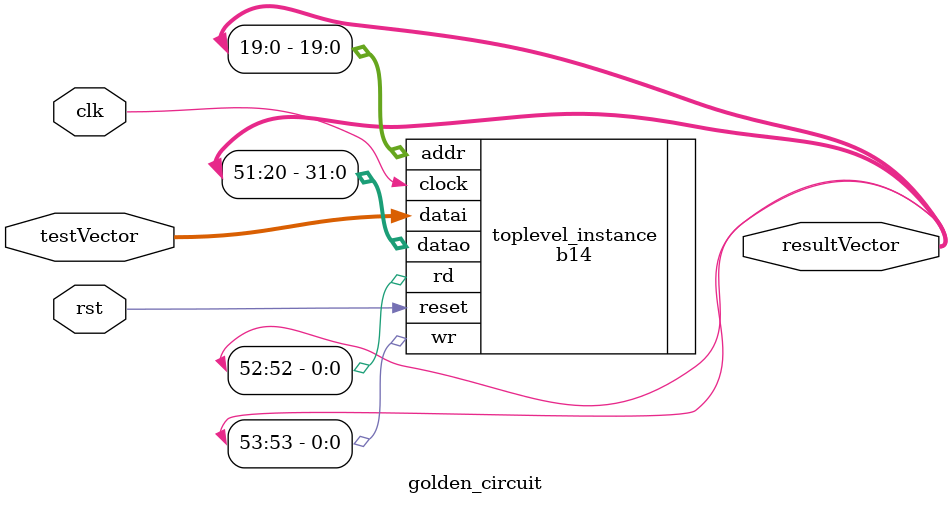
<source format=v>
`timescale 100 ps/100 ps
module golden_circuit (
clk,
rst,
testVector,
resultVector,
);
input clk;
input rst;
input[31:0] testVector;
output[53:0] resultVector;
b14 toplevel_instance (
.clock(clk),
.reset(rst),
.addr(resultVector [19:0]),
.datai(testVector [31:0]),
.datao(resultVector [51:20]),
.rd(resultVector[52]),
.wr(resultVector[53]));
endmodule
</source>
